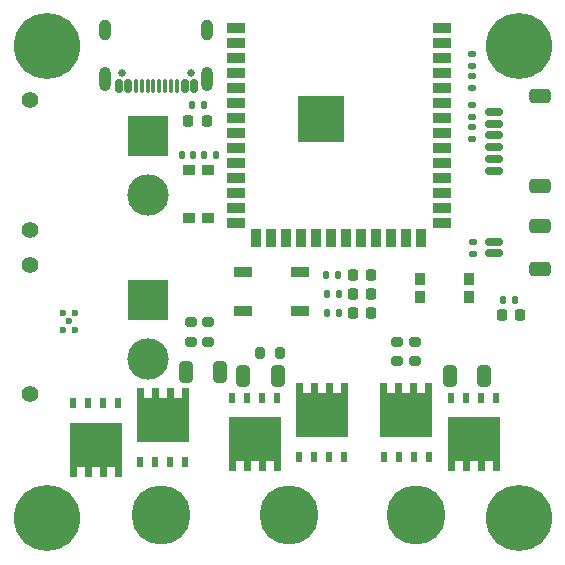
<source format=gts>
%TF.GenerationSoftware,KiCad,Pcbnew,7.0.10*%
%TF.CreationDate,2024-01-26T16:50:50-05:00*%
%TF.ProjectId,MiniBLDC,4d696e69-424c-4444-932e-6b696361645f,rev?*%
%TF.SameCoordinates,Original*%
%TF.FileFunction,Soldermask,Top*%
%TF.FilePolarity,Negative*%
%FSLAX46Y46*%
G04 Gerber Fmt 4.6, Leading zero omitted, Abs format (unit mm)*
G04 Created by KiCad (PCBNEW 7.0.10) date 2024-01-26 16:50:50*
%MOMM*%
%LPD*%
G01*
G04 APERTURE LIST*
G04 Aperture macros list*
%AMRoundRect*
0 Rectangle with rounded corners*
0 $1 Rounding radius*
0 $2 $3 $4 $5 $6 $7 $8 $9 X,Y pos of 4 corners*
0 Add a 4 corners polygon primitive as box body*
4,1,4,$2,$3,$4,$5,$6,$7,$8,$9,$2,$3,0*
0 Add four circle primitives for the rounded corners*
1,1,$1+$1,$2,$3*
1,1,$1+$1,$4,$5*
1,1,$1+$1,$6,$7*
1,1,$1+$1,$8,$9*
0 Add four rect primitives between the rounded corners*
20,1,$1+$1,$2,$3,$4,$5,0*
20,1,$1+$1,$4,$5,$6,$7,0*
20,1,$1+$1,$6,$7,$8,$9,0*
20,1,$1+$1,$8,$9,$2,$3,0*%
%AMFreePoly0*
4,1,17,2.675000,1.605000,1.875000,1.605000,1.875000,0.935000,2.675000,0.935000,2.675000,0.335000,1.875000,0.335000,1.875000,-0.335000,2.675000,-0.335000,2.675000,-0.935000,1.875000,-0.935000,1.875000,-1.605000,2.675000,-1.605000,2.675000,-2.205000,-1.875000,-2.205000,-1.875000,2.205000,2.675000,2.205000,2.675000,1.605000,2.675000,1.605000,$1*%
G04 Aperture macros list end*
%ADD10RoundRect,0.250000X0.650000X-0.350000X0.650000X0.350000X-0.650000X0.350000X-0.650000X-0.350000X0*%
%ADD11RoundRect,0.150000X0.600000X-0.150000X0.600000X0.150000X-0.600000X0.150000X-0.600000X-0.150000X0*%
%ADD12C,0.600000*%
%ADD13R,3.900000X3.900000*%
%ADD14R,1.500000X0.900000*%
%ADD15R,0.900000X1.500000*%
%ADD16FreePoly0,90.000000*%
%ADD17R,0.500000X0.850000*%
%ADD18RoundRect,0.135000X-0.135000X-0.185000X0.135000X-0.185000X0.135000X0.185000X-0.135000X0.185000X0*%
%ADD19RoundRect,0.250000X-0.325000X-0.650000X0.325000X-0.650000X0.325000X0.650000X-0.325000X0.650000X0*%
%ADD20RoundRect,0.200000X0.275000X-0.200000X0.275000X0.200000X-0.275000X0.200000X-0.275000X-0.200000X0*%
%ADD21RoundRect,0.218750X0.218750X0.256250X-0.218750X0.256250X-0.218750X-0.256250X0.218750X-0.256250X0*%
%ADD22RoundRect,0.135000X-0.185000X0.135000X-0.185000X-0.135000X0.185000X-0.135000X0.185000X0.135000X0*%
%ADD23RoundRect,0.135000X0.135000X0.185000X-0.135000X0.185000X-0.135000X-0.185000X0.135000X-0.185000X0*%
%ADD24R,0.900000X1.000000*%
%ADD25RoundRect,0.200000X-0.200000X-0.275000X0.200000X-0.275000X0.200000X0.275000X-0.200000X0.275000X0*%
%ADD26C,0.800000*%
%ADD27C,5.000000*%
%ADD28C,1.400000*%
%ADD29R,3.500000X3.500000*%
%ADD30C,3.500000*%
%ADD31FreePoly0,270.000000*%
%ADD32C,3.600000*%
%ADD33C,5.600000*%
%ADD34RoundRect,0.200000X-0.275000X0.200000X-0.275000X-0.200000X0.275000X-0.200000X0.275000X0.200000X0*%
%ADD35RoundRect,0.140000X0.140000X0.170000X-0.140000X0.170000X-0.140000X-0.170000X0.140000X-0.170000X0*%
%ADD36RoundRect,0.218750X-0.218750X-0.256250X0.218750X-0.256250X0.218750X0.256250X-0.218750X0.256250X0*%
%ADD37C,0.650000*%
%ADD38RoundRect,0.150000X0.150000X0.425000X-0.150000X0.425000X-0.150000X-0.425000X0.150000X-0.425000X0*%
%ADD39RoundRect,0.075000X0.075000X0.500000X-0.075000X0.500000X-0.075000X-0.500000X0.075000X-0.500000X0*%
%ADD40O,1.000000X2.100000*%
%ADD41O,1.000000X1.800000*%
%ADD42R,1.000000X0.900000*%
%ADD43RoundRect,0.250000X0.325000X0.650000X-0.325000X0.650000X-0.325000X-0.650000X0.325000X-0.650000X0*%
%ADD44RoundRect,0.135000X0.185000X-0.135000X0.185000X0.135000X-0.185000X0.135000X-0.185000X-0.135000X0*%
G04 APERTURE END LIST*
D10*
%TO.C,J1*%
X177600000Y-104750000D03*
X177600000Y-112350000D03*
D11*
X173700000Y-106050000D03*
X173700000Y-107050000D03*
X173700000Y-108050000D03*
X173700000Y-109050000D03*
X173700000Y-110050000D03*
X173700000Y-111050000D03*
%TD*%
D12*
%TO.C,U8*%
X157700000Y-105990000D03*
X158400000Y-108090000D03*
D13*
X159100000Y-106690000D03*
D12*
X159800000Y-108090000D03*
X159800000Y-105290000D03*
X158400000Y-106690000D03*
X157700000Y-107390000D03*
X160500000Y-107390000D03*
X159100000Y-105990000D03*
X160500000Y-105990000D03*
X159100000Y-107390000D03*
X158400000Y-105290000D03*
X159800000Y-106690000D03*
D14*
X169350000Y-98970000D03*
X169350000Y-100240000D03*
X169350000Y-101510000D03*
X169350000Y-102780000D03*
X169350000Y-104050000D03*
X169350000Y-105320000D03*
X169350000Y-106590000D03*
X169350000Y-107860000D03*
X169350000Y-109130000D03*
X169350000Y-110400000D03*
X169350000Y-111670000D03*
X169350000Y-112940000D03*
X169350000Y-114210000D03*
X169350000Y-115480000D03*
D15*
X167585000Y-116730000D03*
X166315000Y-116730000D03*
X165045000Y-116730000D03*
X163775000Y-116730000D03*
X162505000Y-116730000D03*
X161235000Y-116730000D03*
X159965000Y-116730000D03*
X158695000Y-116730000D03*
X157425000Y-116730000D03*
X156155000Y-116730000D03*
X154885000Y-116730000D03*
X153615000Y-116730000D03*
D14*
X151850000Y-115480000D03*
X151850000Y-114210000D03*
X151850000Y-112940000D03*
X151850000Y-111670000D03*
X151850000Y-110400000D03*
X151850000Y-109130000D03*
X151850000Y-107860000D03*
X151850000Y-106590000D03*
X151850000Y-105320000D03*
X151850000Y-104050000D03*
X151850000Y-102780000D03*
X151850000Y-101510000D03*
X151850000Y-100240000D03*
X151850000Y-98970000D03*
%TD*%
D12*
%TO.C,U6*%
X137775000Y-123800000D03*
X138275000Y-123050000D03*
X138275000Y-124550000D03*
X137275000Y-123050000D03*
X137275000Y-124550000D03*
%TD*%
D16*
%TO.C,Q3*%
X159165000Y-131739061D03*
D17*
X157260000Y-135289061D03*
X158530000Y-135289061D03*
X159800000Y-135289061D03*
X161070000Y-135289061D03*
%TD*%
D18*
%TO.C,R16*%
X174500000Y-122000000D03*
X175520000Y-122000000D03*
%TD*%
D19*
%TO.C,C1*%
X169975000Y-128400000D03*
X172925000Y-128400000D03*
%TD*%
D11*
%TO.C,J3*%
X173700000Y-118050000D03*
X173700000Y-117050000D03*
D10*
X177600000Y-119350000D03*
X177600000Y-115750000D03*
%TD*%
D20*
%TO.C,R2*%
X167050000Y-127175000D03*
X167050000Y-125525000D03*
%TD*%
D21*
%TO.C,D1*%
X149434999Y-106800000D03*
X147859999Y-106800000D03*
%TD*%
D22*
%TO.C,R35*%
X171870000Y-101160000D03*
X171870000Y-102180000D03*
%TD*%
D20*
%TO.C,R39*%
X148050000Y-125525000D03*
X148050000Y-123875000D03*
%TD*%
D23*
%TO.C,R82*%
X150160000Y-109700000D03*
X149140000Y-109700000D03*
%TD*%
D24*
%TO.C,SW3*%
X167500000Y-120175000D03*
X171600000Y-120175000D03*
X167500000Y-121775000D03*
X171600000Y-121775000D03*
%TD*%
D25*
%TO.C,R9*%
X153925000Y-126500000D03*
X155575000Y-126500000D03*
%TD*%
D26*
%TO.C,J8*%
X143675000Y-140185000D03*
X144224175Y-138859175D03*
X144224175Y-141510825D03*
X145550000Y-138310000D03*
D27*
X145550000Y-140185000D03*
D26*
X145550000Y-142060000D03*
X146875825Y-138859175D03*
X146875825Y-141510825D03*
X147425000Y-140185000D03*
%TD*%
D28*
%TO.C,J13*%
X134450000Y-116085000D03*
X134450000Y-105085000D03*
D29*
X144450000Y-108085000D03*
D30*
X144450000Y-113085000D03*
%TD*%
D26*
%TO.C,J6*%
X165275000Y-140185000D03*
X165824175Y-138859175D03*
X165824175Y-141510825D03*
X167150000Y-138310000D03*
D27*
X167150000Y-140185000D03*
D26*
X167150000Y-142060000D03*
X168475825Y-138859175D03*
X168475825Y-141510825D03*
X169025000Y-140185000D03*
%TD*%
D19*
%TO.C,C3*%
X147625000Y-128050000D03*
X150575000Y-128050000D03*
%TD*%
D22*
%TO.C,R34*%
X171870000Y-103030000D03*
X171870000Y-104050000D03*
%TD*%
D21*
%TO.C,D4*%
X163332501Y-119900000D03*
X161757501Y-119900000D03*
%TD*%
D20*
%TO.C,R1*%
X165550000Y-127175000D03*
X165550000Y-125525000D03*
%TD*%
D22*
%TO.C,R33*%
X171870000Y-105455000D03*
X171870000Y-106475000D03*
%TD*%
D14*
%TO.C,IC3*%
X152450000Y-119650000D03*
X152450000Y-122950000D03*
X157350000Y-122950000D03*
X157350000Y-119650000D03*
%TD*%
D26*
%TO.C,J7*%
X154475000Y-140185000D03*
X155024175Y-138859175D03*
X155024175Y-141510825D03*
X156350000Y-138310000D03*
D27*
X156350000Y-140185000D03*
D26*
X156350000Y-142060000D03*
X157675825Y-138859175D03*
X157675825Y-141510825D03*
X158225000Y-140185000D03*
%TD*%
D31*
%TO.C,Q4*%
X153465000Y-133795000D03*
D17*
X155370000Y-130245000D03*
X154100000Y-130245000D03*
X152830000Y-130245000D03*
X151560000Y-130245000D03*
%TD*%
D31*
%TO.C,Q6*%
X140030000Y-134260000D03*
D17*
X141935000Y-130710000D03*
X140665000Y-130710000D03*
X139395000Y-130710000D03*
X138125000Y-130710000D03*
%TD*%
D32*
%TO.C,H1*%
X135850000Y-100485000D03*
D33*
X135850000Y-100485000D03*
%TD*%
D16*
%TO.C,Q5*%
X145705000Y-132145000D03*
D17*
X143800000Y-135695000D03*
X145070000Y-135695000D03*
X146340000Y-135695000D03*
X147610000Y-135695000D03*
%TD*%
D21*
%TO.C,D3*%
X163345001Y-123100000D03*
X161770001Y-123100000D03*
%TD*%
D34*
%TO.C,R40*%
X149522772Y-123873824D03*
X149522772Y-125523824D03*
%TD*%
D22*
%TO.C,R36*%
X171950000Y-118060000D03*
X171950000Y-117040000D03*
%TD*%
D16*
%TO.C,Q1*%
X166305000Y-131750000D03*
D17*
X164400000Y-135300000D03*
X165670000Y-135300000D03*
X166940000Y-135300000D03*
X168210000Y-135300000D03*
%TD*%
D35*
%TO.C,C70*%
X148280000Y-109700000D03*
X147320000Y-109700000D03*
%TD*%
D31*
%TO.C,Q2*%
X172005000Y-133795000D03*
D17*
X173910000Y-130245000D03*
X172640000Y-130245000D03*
X171370000Y-130245000D03*
X170100000Y-130245000D03*
%TD*%
D36*
%TO.C,D2*%
X174397501Y-123300000D03*
X175972501Y-123300000D03*
%TD*%
D30*
%TO.C,J2*%
X144450000Y-126985000D03*
D29*
X144450000Y-121985000D03*
D28*
X134450000Y-118985000D03*
X134450000Y-129985000D03*
%TD*%
D18*
%TO.C,R32*%
X148200000Y-105475000D03*
X149220000Y-105475000D03*
%TD*%
D37*
%TO.C,J14*%
X148045000Y-102800000D03*
X142265000Y-102800000D03*
D38*
X148355000Y-103875000D03*
X147555000Y-103875000D03*
D39*
X146405000Y-103875000D03*
X145405000Y-103875000D03*
X144905000Y-103875000D03*
X143905000Y-103875000D03*
D38*
X142755000Y-103875000D03*
X141955000Y-103875000D03*
X141955000Y-103875000D03*
X142755000Y-103875000D03*
D39*
X143405000Y-103875000D03*
X144405000Y-103875000D03*
X145905000Y-103875000D03*
X146905000Y-103875000D03*
D38*
X147555000Y-103875000D03*
X148355000Y-103875000D03*
D40*
X149475000Y-103300000D03*
D41*
X149475000Y-99120000D03*
D40*
X140835000Y-103300000D03*
D41*
X140835000Y-99120000D03*
%TD*%
D32*
%TO.C,H3*%
X135850000Y-140485000D03*
D33*
X135850000Y-140485000D03*
%TD*%
D32*
%TO.C,H2*%
X175850000Y-100485000D03*
D33*
X175850000Y-100485000D03*
%TD*%
D21*
%TO.C,D5*%
X163332501Y-121500000D03*
X161757501Y-121500000D03*
%TD*%
D42*
%TO.C,SW1*%
X149530000Y-110950000D03*
X149530000Y-115050000D03*
X147930000Y-110950000D03*
X147930000Y-115050000D03*
%TD*%
D23*
%TO.C,R38*%
X160555001Y-119900000D03*
X159535001Y-119900000D03*
%TD*%
D43*
%TO.C,C2*%
X155475000Y-128400000D03*
X152525000Y-128400000D03*
%TD*%
D44*
%TO.C,R30*%
X171875000Y-108385000D03*
X171875000Y-107365000D03*
%TD*%
D32*
%TO.C,H4*%
X175850000Y-140485000D03*
D33*
X175850000Y-140485000D03*
%TD*%
D23*
%TO.C,R42*%
X160615000Y-121500000D03*
X159595000Y-121500000D03*
%TD*%
%TO.C,R37*%
X160620000Y-123100000D03*
X159600000Y-123100000D03*
%TD*%
M02*

</source>
